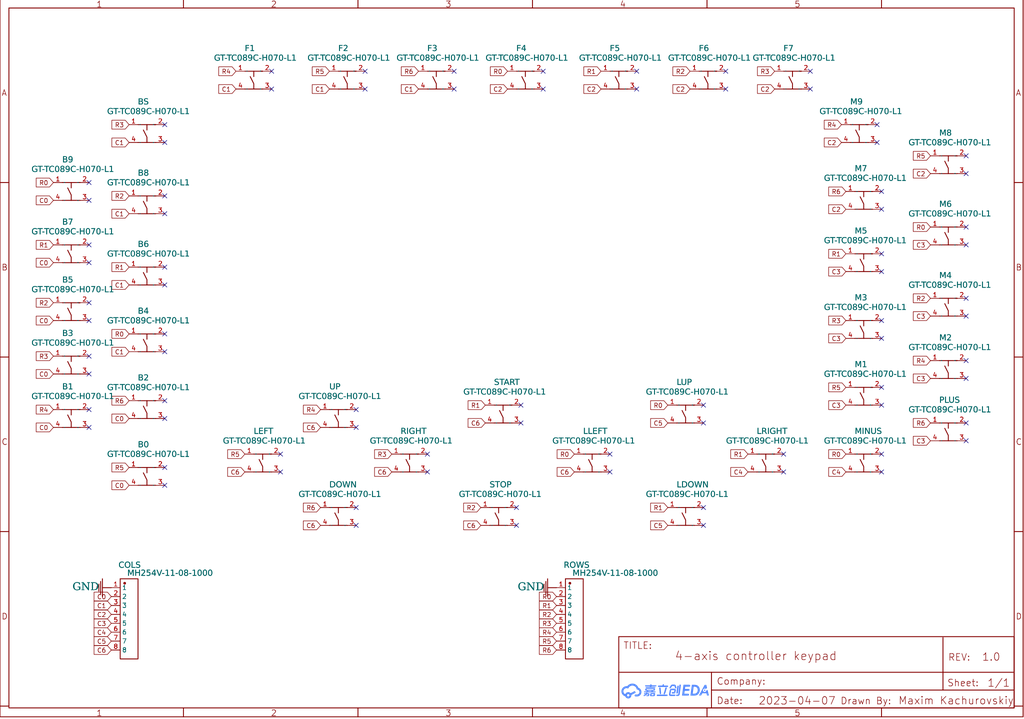
<source format=kicad_sch>
(kicad_sch (version 20231120) (generator "eeschema") (generator_version "8.0")
  (paper "User" 292.1 205.105)
  (lib_symbols
    (symbol "GND" (power) (pin_numbers hide) (pin_names hide)
      (property "Value" "GND" (at 0 6.35 0))
      (symbol "GND_0_0"
        (pin power_in line (at 0 0 270) (length 0) (name "GND") (number "1"))
      )
    )
    (symbol "GT-TC089C-H070-L1"
      (property "Reference" "B9" (at -2.5654 9.9187 0))
      (property "Value" "GT-TC089C-H070-L1" (at -13.8684 7.2263 0))
      (symbol "GT-TC089C-H070-L1_0_0"
        (pin unspecified line (at -5.08 2.54 0) (length 2.54) (name "1") (number "1"))
        (pin unspecified line (at 5.08 2.54 180) (length 2.54) (name "2") (number "2"))
        (pin unspecified line (at 5.08 -2.54 180) (length 2.54) (name "3") (number "3"))
        (pin unspecified line (at -5.08 -2.54 0) (length 2.54) (name "4") (number "4"))
      )
    )
    (symbol "GT-TC089C-H070-L1_1"
      (property "Reference" "B7" (at -2.5654 9.9187 0))
      (property "Value" "GT-TC089C-H070-L1" (at -13.8684 7.2263 0))
      (symbol "GT-TC089C-H070-L1_1_0_0"
        (pin unspecified line (at -5.08 2.54 0) (length 2.54) (name "1") (number "1"))
        (pin unspecified line (at 5.08 2.54 180) (length 2.54) (name "2") (number "2"))
        (pin unspecified line (at 5.08 -2.54 180) (length 2.54) (name "3") (number "3"))
        (pin unspecified line (at -5.08 -2.54 0) (length 2.54) (name "4") (number "4"))
      )
    )
    (symbol "GT-TC089C-H070-L1_10"
      (property "Reference" "B0" (at -2.5654 9.9187 0))
      (property "Value" "GT-TC089C-H070-L1" (at -13.8684 7.2263 0))
      (symbol "GT-TC089C-H070-L1_10_0_0"
        (pin unspecified line (at -5.08 2.54 0) (length 2.54) (name "1") (number "1"))
        (pin unspecified line (at 5.08 2.54 180) (length 2.54) (name "2") (number "2"))
        (pin unspecified line (at 5.08 -2.54 180) (length 2.54) (name "3") (number "3"))
        (pin unspecified line (at -5.08 -2.54 0) (length 2.54) (name "4") (number "4"))
      )
    )
    (symbol "GT-TC089C-H070-L1_11"
      (property "Reference" "F1" (at -2.5654 9.9187 0))
      (property "Value" "GT-TC089C-H070-L1" (at -13.8684 7.2263 0))
      (symbol "GT-TC089C-H070-L1_11_0_0"
        (pin unspecified line (at -5.08 2.54 0) (length 2.54) (name "1") (number "1"))
        (pin unspecified line (at 5.08 2.54 180) (length 2.54) (name "2") (number "2"))
        (pin unspecified line (at 5.08 -2.54 180) (length 2.54) (name "3") (number "3"))
        (pin unspecified line (at -5.08 -2.54 0) (length 2.54) (name "4") (number "4"))
      )
    )
    (symbol "GT-TC089C-H070-L1_12"
      (property "Reference" "F2" (at -2.5654 9.9187 0))
      (property "Value" "GT-TC089C-H070-L1" (at -13.8684 7.2263 0))
      (symbol "GT-TC089C-H070-L1_12_0_0"
        (pin unspecified line (at -5.08 2.54 0) (length 2.54) (name "1") (number "1"))
        (pin unspecified line (at 5.08 2.54 180) (length 2.54) (name "2") (number "2"))
        (pin unspecified line (at 5.08 -2.54 180) (length 2.54) (name "3") (number "3"))
        (pin unspecified line (at -5.08 -2.54 0) (length 2.54) (name "4") (number "4"))
      )
    )
    (symbol "GT-TC089C-H070-L1_13"
      (property "Reference" "F3" (at -2.5654 9.9187 0))
      (property "Value" "GT-TC089C-H070-L1" (at -13.8684 7.2263 0))
      (symbol "GT-TC089C-H070-L1_13_0_0"
        (pin unspecified line (at -5.08 2.54 0) (length 2.54) (name "1") (number "1"))
        (pin unspecified line (at 5.08 2.54 180) (length 2.54) (name "2") (number "2"))
        (pin unspecified line (at 5.08 -2.54 180) (length 2.54) (name "3") (number "3"))
        (pin unspecified line (at -5.08 -2.54 0) (length 2.54) (name "4") (number "4"))
      )
    )
    (symbol "GT-TC089C-H070-L1_14"
      (property "Reference" "F4" (at -2.5654 9.9187 0))
      (property "Value" "GT-TC089C-H070-L1" (at -13.8684 7.2263 0))
      (symbol "GT-TC089C-H070-L1_14_0_0"
        (pin unspecified line (at -5.08 2.54 0) (length 2.54) (name "1") (number "1"))
        (pin unspecified line (at 5.08 2.54 180) (length 2.54) (name "2") (number "2"))
        (pin unspecified line (at 5.08 -2.54 180) (length 2.54) (name "3") (number "3"))
        (pin unspecified line (at -5.08 -2.54 0) (length 2.54) (name "4") (number "4"))
      )
    )
    (symbol "GT-TC089C-H070-L1_15"
      (property "Reference" "F5" (at -2.5654 9.9187 0))
      (property "Value" "GT-TC089C-H070-L1" (at -13.8684 7.2263 0))
      (symbol "GT-TC089C-H070-L1_15_0_0"
        (pin unspecified line (at -5.08 2.54 0) (length 2.54) (name "1") (number "1"))
        (pin unspecified line (at 5.08 2.54 180) (length 2.54) (name "2") (number "2"))
        (pin unspecified line (at 5.08 -2.54 180) (length 2.54) (name "3") (number "3"))
        (pin unspecified line (at -5.08 -2.54 0) (length 2.54) (name "4") (number "4"))
      )
    )
    (symbol "GT-TC089C-H070-L1_16"
      (property "Reference" "F6" (at -2.5654 9.9187 0))
      (property "Value" "GT-TC089C-H070-L1" (at -13.8684 7.2263 0))
      (symbol "GT-TC089C-H070-L1_16_0_0"
        (pin unspecified line (at -5.08 2.54 0) (length 2.54) (name "1") (number "1"))
        (pin unspecified line (at 5.08 2.54 180) (length 2.54) (name "2") (number "2"))
        (pin unspecified line (at 5.08 -2.54 180) (length 2.54) (name "3") (number "3"))
        (pin unspecified line (at -5.08 -2.54 0) (length 2.54) (name "4") (number "4"))
      )
    )
    (symbol "GT-TC089C-H070-L1_17"
      (property "Reference" "F7" (at -2.5654 9.9187 0))
      (property "Value" "GT-TC089C-H070-L1" (at -13.8684 7.2263 0))
      (symbol "GT-TC089C-H070-L1_17_0_0"
        (pin unspecified line (at -5.08 2.54 0) (length 2.54) (name "1") (number "1"))
        (pin unspecified line (at 5.08 2.54 180) (length 2.54) (name "2") (number "2"))
        (pin unspecified line (at 5.08 -2.54 180) (length 2.54) (name "3") (number "3"))
        (pin unspecified line (at -5.08 -2.54 0) (length 2.54) (name "4") (number "4"))
      )
    )
    (symbol "GT-TC089C-H070-L1_18"
      (property "Reference" "M9" (at -2.5654 9.9187 0))
      (property "Value" "GT-TC089C-H070-L1" (at -13.8684 7.2263 0))
      (symbol "GT-TC089C-H070-L1_18_0_0"
        (pin unspecified line (at -5.08 2.54 0) (length 2.54) (name "1") (number "1"))
        (pin unspecified line (at 5.08 2.54 180) (length 2.54) (name "2") (number "2"))
        (pin unspecified line (at 5.08 -2.54 180) (length 2.54) (name "3") (number "3"))
        (pin unspecified line (at -5.08 -2.54 0) (length 2.54) (name "4") (number "4"))
      )
    )
    (symbol "GT-TC089C-H070-L1_19"
      (property "Reference" "M7" (at -2.5654 9.9187 0))
      (property "Value" "GT-TC089C-H070-L1" (at -13.8684 7.2263 0))
      (symbol "GT-TC089C-H070-L1_19_0_0"
        (pin unspecified line (at -5.08 2.54 0) (length 2.54) (name "1") (number "1"))
        (pin unspecified line (at 5.08 2.54 180) (length 2.54) (name "2") (number "2"))
        (pin unspecified line (at 5.08 -2.54 180) (length 2.54) (name "3") (number "3"))
        (pin unspecified line (at -5.08 -2.54 0) (length 2.54) (name "4") (number "4"))
      )
    )
    (symbol "GT-TC089C-H070-L1_2"
      (property "Reference" "B5" (at -2.5654 9.9187 0))
      (property "Value" "GT-TC089C-H070-L1" (at -13.8684 7.2263 0))
      (symbol "GT-TC089C-H070-L1_2_0_0"
        (pin unspecified line (at -5.08 2.54 0) (length 2.54) (name "1") (number "1"))
        (pin unspecified line (at 5.08 2.54 180) (length 2.54) (name "2") (number "2"))
        (pin unspecified line (at 5.08 -2.54 180) (length 2.54) (name "3") (number "3"))
        (pin unspecified line (at -5.08 -2.54 0) (length 2.54) (name "4") (number "4"))
      )
    )
    (symbol "GT-TC089C-H070-L1_20"
      (property "Reference" "M5" (at -2.5654 9.9187 0))
      (property "Value" "GT-TC089C-H070-L1" (at -13.8684 7.2263 0))
      (symbol "GT-TC089C-H070-L1_20_0_0"
        (pin unspecified line (at -5.08 2.54 0) (length 2.54) (name "1") (number "1"))
        (pin unspecified line (at 5.08 2.54 180) (length 2.54) (name "2") (number "2"))
        (pin unspecified line (at 5.08 -2.54 180) (length 2.54) (name "3") (number "3"))
        (pin unspecified line (at -5.08 -2.54 0) (length 2.54) (name "4") (number "4"))
      )
    )
    (symbol "GT-TC089C-H070-L1_21"
      (property "Reference" "M3" (at -2.5654 9.9187 0))
      (property "Value" "GT-TC089C-H070-L1" (at -13.8684 7.2263 0))
      (symbol "GT-TC089C-H070-L1_21_0_0"
        (pin unspecified line (at -5.08 2.54 0) (length 2.54) (name "1") (number "1"))
        (pin unspecified line (at 5.08 2.54 180) (length 2.54) (name "2") (number "2"))
        (pin unspecified line (at 5.08 -2.54 180) (length 2.54) (name "3") (number "3"))
        (pin unspecified line (at -5.08 -2.54 0) (length 2.54) (name "4") (number "4"))
      )
    )
    (symbol "GT-TC089C-H070-L1_22"
      (property "Reference" "M1" (at -2.5654 9.9187 0))
      (property "Value" "GT-TC089C-H070-L1" (at -13.8684 7.2263 0))
      (symbol "GT-TC089C-H070-L1_22_0_0"
        (pin unspecified line (at -5.08 2.54 0) (length 2.54) (name "1") (number "1"))
        (pin unspecified line (at 5.08 2.54 180) (length 2.54) (name "2") (number "2"))
        (pin unspecified line (at 5.08 -2.54 180) (length 2.54) (name "3") (number "3"))
        (pin unspecified line (at -5.08 -2.54 0) (length 2.54) (name "4") (number "4"))
      )
    )
    (symbol "GT-TC089C-H070-L1_23"
      (property "Reference" "MINUS" (at -2.5654 9.9187 0))
      (property "Value" "GT-TC089C-H070-L1" (at -13.8684 7.2263 0))
      (symbol "GT-TC089C-H070-L1_23_0_0"
        (pin unspecified line (at -5.08 2.54 0) (length 2.54) (name "1") (number "1"))
        (pin unspecified line (at 5.08 2.54 180) (length 2.54) (name "2") (number "2"))
        (pin unspecified line (at 5.08 -2.54 180) (length 2.54) (name "3") (number "3"))
        (pin unspecified line (at -5.08 -2.54 0) (length 2.54) (name "4") (number "4"))
      )
    )
    (symbol "GT-TC089C-H070-L1_24"
      (property "Reference" "M8" (at -2.5654 9.9187 0))
      (property "Value" "GT-TC089C-H070-L1" (at -13.8684 7.2263 0))
      (symbol "GT-TC089C-H070-L1_24_0_0"
        (pin unspecified line (at -5.08 2.54 0) (length 2.54) (name "1") (number "1"))
        (pin unspecified line (at 5.08 2.54 180) (length 2.54) (name "2") (number "2"))
        (pin unspecified line (at 5.08 -2.54 180) (length 2.54) (name "3") (number "3"))
        (pin unspecified line (at -5.08 -2.54 0) (length 2.54) (name "4") (number "4"))
      )
    )
    (symbol "GT-TC089C-H070-L1_25"
      (property "Reference" "M6" (at -2.5654 9.9187 0))
      (property "Value" "GT-TC089C-H070-L1" (at -13.8684 7.2263 0))
      (symbol "GT-TC089C-H070-L1_25_0_0"
        (pin unspecified line (at -5.08 2.54 0) (length 2.54) (name "1") (number "1"))
        (pin unspecified line (at 5.08 2.54 180) (length 2.54) (name "2") (number "2"))
        (pin unspecified line (at 5.08 -2.54 180) (length 2.54) (name "3") (number "3"))
        (pin unspecified line (at -5.08 -2.54 0) (length 2.54) (name "4") (number "4"))
      )
    )
    (symbol "GT-TC089C-H070-L1_26"
      (property "Reference" "M4" (at -2.5654 9.9187 0))
      (property "Value" "GT-TC089C-H070-L1" (at -13.8684 7.2263 0))
      (symbol "GT-TC089C-H070-L1_26_0_0"
        (pin unspecified line (at -5.08 2.54 0) (length 2.54) (name "1") (number "1"))
        (pin unspecified line (at 5.08 2.54 180) (length 2.54) (name "2") (number "2"))
        (pin unspecified line (at 5.08 -2.54 180) (length 2.54) (name "3") (number "3"))
        (pin unspecified line (at -5.08 -2.54 0) (length 2.54) (name "4") (number "4"))
      )
    )
    (symbol "GT-TC089C-H070-L1_27"
      (property "Reference" "M2" (at -2.5654 9.9187 0))
      (property "Value" "GT-TC089C-H070-L1" (at -13.8684 7.2263 0))
      (symbol "GT-TC089C-H070-L1_27_0_0"
        (pin unspecified line (at -5.08 2.54 0) (length 2.54) (name "1") (number "1"))
        (pin unspecified line (at 5.08 2.54 180) (length 2.54) (name "2") (number "2"))
        (pin unspecified line (at 5.08 -2.54 180) (length 2.54) (name "3") (number "3"))
        (pin unspecified line (at -5.08 -2.54 0) (length 2.54) (name "4") (number "4"))
      )
    )
    (symbol "GT-TC089C-H070-L1_28"
      (property "Reference" "PLUS" (at -2.5654 9.9187 0))
      (property "Value" "GT-TC089C-H070-L1" (at -13.8684 7.2263 0))
      (symbol "GT-TC089C-H070-L1_28_0_0"
        (pin unspecified line (at -5.08 2.54 0) (length 2.54) (name "1") (number "1"))
        (pin unspecified line (at 5.08 2.54 180) (length 2.54) (name "2") (number "2"))
        (pin unspecified line (at 5.08 -2.54 180) (length 2.54) (name "3") (number "3"))
        (pin unspecified line (at -5.08 -2.54 0) (length 2.54) (name "4") (number "4"))
      )
    )
    (symbol "GT-TC089C-H070-L1_29"
      (property "Reference" "LEFT" (at -2.5654 9.9187 0))
      (property "Value" "GT-TC089C-H070-L1" (at -13.8684 7.2263 0))
      (symbol "GT-TC089C-H070-L1_29_0_0"
        (pin unspecified line (at -5.08 2.54 0) (length 2.54) (name "1") (number "1"))
        (pin unspecified line (at 5.08 2.54 180) (length 2.54) (name "2") (number "2"))
        (pin unspecified line (at 5.08 -2.54 180) (length 2.54) (name "3") (number "3"))
        (pin unspecified line (at -5.08 -2.54 0) (length 2.54) (name "4") (number "4"))
      )
    )
    (symbol "GT-TC089C-H070-L1_3"
      (property "Reference" "B3" (at -2.5654 9.9187 0))
      (property "Value" "GT-TC089C-H070-L1" (at -13.8684 7.2263 0))
      (symbol "GT-TC089C-H070-L1_3_0_0"
        (pin unspecified line (at -5.08 2.54 0) (length 2.54) (name "1") (number "1"))
        (pin unspecified line (at 5.08 2.54 180) (length 2.54) (name "2") (number "2"))
        (pin unspecified line (at 5.08 -2.54 180) (length 2.54) (name "3") (number "3"))
        (pin unspecified line (at -5.08 -2.54 0) (length 2.54) (name "4") (number "4"))
      )
    )
    (symbol "GT-TC089C-H070-L1_30"
      (property "Reference" "UP" (at -2.5654 9.9187 0))
      (property "Value" "GT-TC089C-H070-L1" (at -13.8684 7.2263 0))
      (symbol "GT-TC089C-H070-L1_30_0_0"
        (pin unspecified line (at -5.08 2.54 0) (length 2.54) (name "1") (number "1"))
        (pin unspecified line (at 5.08 2.54 180) (length 2.54) (name "2") (number "2"))
        (pin unspecified line (at 5.08 -2.54 180) (length 2.54) (name "3") (number "3"))
        (pin unspecified line (at -5.08 -2.54 0) (length 2.54) (name "4") (number "4"))
      )
    )
    (symbol "GT-TC089C-H070-L1_31"
      (property "Reference" "DOWN" (at -2.5654 9.9187 0))
      (property "Value" "GT-TC089C-H070-L1" (at -13.8684 7.2263 0))
      (symbol "GT-TC089C-H070-L1_31_0_0"
        (pin unspecified line (at -5.08 2.54 0) (length 2.54) (name "1") (number "1"))
        (pin unspecified line (at 5.08 2.54 180) (length 2.54) (name "2") (number "2"))
        (pin unspecified line (at 5.08 -2.54 180) (length 2.54) (name "3") (number "3"))
        (pin unspecified line (at -5.08 -2.54 0) (length 2.54) (name "4") (number "4"))
      )
    )
    (symbol "GT-TC089C-H070-L1_32"
      (property "Reference" "RIGHT" (at -2.5654 9.9187 0))
      (property "Value" "GT-TC089C-H070-L1" (at -13.8684 7.2263 0))
      (symbol "GT-TC089C-H070-L1_32_0_0"
        (pin unspecified line (at -5.08 2.54 0) (length 2.54) (name "1") (number "1"))
        (pin unspecified line (at 5.08 2.54 180) (length 2.54) (name "2") (number "2"))
        (pin unspecified line (at 5.08 -2.54 180) (length 2.54) (name "3") (number "3"))
        (pin unspecified line (at -5.08 -2.54 0) (length 2.54) (name "4") (number "4"))
      )
    )
    (symbol "GT-TC089C-H070-L1_33"
      (property "Reference" "START" (at -2.5654 9.9187 0))
      (property "Value" "GT-TC089C-H070-L1" (at -13.8684 7.2263 0))
      (symbol "GT-TC089C-H070-L1_33_0_0"
        (pin unspecified line (at -5.08 2.54 0) (length 2.54) (name "1") (number "1"))
        (pin unspecified line (at 5.08 2.54 180) (length 2.54) (name "2") (number "2"))
        (pin unspecified line (at 5.08 -2.54 180) (length 2.54) (name "3") (number "3"))
        (pin unspecified line (at -5.08 -2.54 0) (length 2.54) (name "4") (number "4"))
      )
    )
    (symbol "GT-TC089C-H070-L1_34"
      (property "Reference" "STOP" (at -2.5654 9.9187 0))
      (property "Value" "GT-TC089C-H070-L1" (at -13.8684 7.2263 0))
      (symbol "GT-TC089C-H070-L1_34_0_0"
        (pin unspecified line (at -5.08 2.54 0) (length 2.54) (name "1") (number "1"))
        (pin unspecified line (at 5.08 2.54 180) (length 2.54) (name "2") (number "2"))
        (pin unspecified line (at 5.08 -2.54 180) (length 2.54) (name "3") (number "3"))
        (pin unspecified line (at -5.08 -2.54 0) (length 2.54) (name "4") (number "4"))
      )
    )
    (symbol "GT-TC089C-H070-L1_35"
      (property "Reference" "LLEFT" (at -2.5654 9.9187 0))
      (property "Value" "GT-TC089C-H070-L1" (at -13.8684 7.2263 0))
      (symbol "GT-TC089C-H070-L1_35_0_0"
        (pin unspecified line (at -5.08 2.54 0) (length 2.54) (name "1") (number "1"))
        (pin unspecified line (at 5.08 2.54 180) (length 2.54) (name "2") (number "2"))
        (pin unspecified line (at 5.08 -2.54 180) (length 2.54) (name "3") (number "3"))
        (pin unspecified line (at -5.08 -2.54 0) (length 2.54) (name "4") (number "4"))
      )
    )
    (symbol "GT-TC089C-H070-L1_36"
      (property "Reference" "LUP" (at -2.5654 9.9187 0))
      (property "Value" "GT-TC089C-H070-L1" (at -13.8684 7.2263 0))
      (symbol "GT-TC089C-H070-L1_36_0_0"
        (pin unspecified line (at -5.08 2.54 0) (length 2.54) (name "1") (number "1"))
        (pin unspecified line (at 5.08 2.54 180) (length 2.54) (name "2") (number "2"))
        (pin unspecified line (at 5.08 -2.54 180) (length 2.54) (name "3") (number "3"))
        (pin unspecified line (at -5.08 -2.54 0) (length 2.54) (name "4") (number "4"))
      )
    )
    (symbol "GT-TC089C-H070-L1_37"
      (property "Reference" "LRIGHT" (at -2.5654 9.9187 0))
      (property "Value" "GT-TC089C-H070-L1" (at -13.8684 7.2263 0))
      (symbol "GT-TC089C-H070-L1_37_0_0"
        (pin unspecified line (at -5.08 2.54 0) (length 2.54) (name "1") (number "1"))
        (pin unspecified line (at 5.08 2.54 180) (length 2.54) (name "2") (number "2"))
        (pin unspecified line (at 5.08 -2.54 180) (length 2.54) (name "3") (number "3"))
        (pin unspecified line (at -5.08 -2.54 0) (length 2.54) (name "4") (number "4"))
      )
    )
    (symbol "GT-TC089C-H070-L1_38"
      (property "Reference" "LDOWN" (at -2.5654 9.9187 0))
      (property "Value" "GT-TC089C-H070-L1" (at -13.8684 7.2263 0))
      (symbol "GT-TC089C-H070-L1_38_0_0"
        (pin unspecified line (at -5.08 2.54 0) (length 2.54) (name "1") (number "1"))
        (pin unspecified line (at 5.08 2.54 180) (length 2.54) (name "2") (number "2"))
        (pin unspecified line (at 5.08 -2.54 180) (length 2.54) (name "3") (number "3"))
        (pin unspecified line (at -5.08 -2.54 0) (length 2.54) (name "4") (number "4"))
      )
    )
    (symbol "GT-TC089C-H070-L1_4"
      (property "Reference" "B1" (at -2.5654 9.9187 0))
      (property "Value" "GT-TC089C-H070-L1" (at -13.8684 7.2263 0))
      (symbol "GT-TC089C-H070-L1_4_0_0"
        (pin unspecified line (at -5.08 2.54 0) (length 2.54) (name "1") (number "1"))
        (pin unspecified line (at 5.08 2.54 180) (length 2.54) (name "2") (number "2"))
        (pin unspecified line (at 5.08 -2.54 180) (length 2.54) (name "3") (number "3"))
        (pin unspecified line (at -5.08 -2.54 0) (length 2.54) (name "4") (number "4"))
      )
    )
    (symbol "GT-TC089C-H070-L1_5"
      (property "Reference" "BS" (at -2.5654 9.9187 0))
      (property "Value" "GT-TC089C-H070-L1" (at -13.8684 7.2263 0))
      (symbol "GT-TC089C-H070-L1_5_0_0"
        (pin unspecified line (at -5.08 2.54 0) (length 2.54) (name "1") (number "1"))
        (pin unspecified line (at 5.08 2.54 180) (length 2.54) (name "2") (number "2"))
        (pin unspecified line (at 5.08 -2.54 180) (length 2.54) (name "3") (number "3"))
        (pin unspecified line (at -5.08 -2.54 0) (length 2.54) (name "4") (number "4"))
      )
    )
    (symbol "GT-TC089C-H070-L1_6"
      (property "Reference" "B8" (at -2.5654 9.9187 0))
      (property "Value" "GT-TC089C-H070-L1" (at -13.8684 7.2263 0))
      (symbol "GT-TC089C-H070-L1_6_0_0"
        (pin unspecified line (at -5.08 2.54 0) (length 2.54) (name "1") (number "1"))
        (pin unspecified line (at 5.08 2.54 180) (length 2.54) (name "2") (number "2"))
        (pin unspecified line (at 5.08 -2.54 180) (length 2.54) (name "3") (number "3"))
        (pin unspecified line (at -5.08 -2.54 0) (length 2.54) (name "4") (number "4"))
      )
    )
    (symbol "GT-TC089C-H070-L1_7"
      (property "Reference" "B6" (at -2.5654 9.9187 0))
      (property "Value" "GT-TC089C-H070-L1" (at -13.8684 7.2263 0))
      (symbol "GT-TC089C-H070-L1_7_0_0"
        (pin unspecified line (at -5.08 2.54 0) (length 2.54) (name "1") (number "1"))
        (pin unspecified line (at 5.08 2.54 180) (length 2.54) (name "2") (number "2"))
        (pin unspecified line (at 5.08 -2.54 180) (length 2.54) (name "3") (number "3"))
        (pin unspecified line (at -5.08 -2.54 0) (length 2.54) (name "4") (number "4"))
      )
    )
    (symbol "GT-TC089C-H070-L1_8"
      (property "Reference" "B4" (at -2.5654 9.9187 0))
      (property "Value" "GT-TC089C-H070-L1" (at -13.8684 7.2263 0))
      (symbol "GT-TC089C-H070-L1_8_0_0"
        (pin unspecified line (at -5.08 2.54 0) (length 2.54) (name "1") (number "1"))
        (pin unspecified line (at 5.08 2.54 180) (length 2.54) (name "2") (number "2"))
        (pin unspecified line (at 5.08 -2.54 180) (length 2.54) (name "3") (number "3"))
        (pin unspecified line (at -5.08 -2.54 0) (length 2.54) (name "4") (number "4"))
      )
    )
    (symbol "GT-TC089C-H070-L1_9"
      (property "Reference" "B2" (at -2.5654 9.9187 0))
      (property "Value" "GT-TC089C-H070-L1" (at -13.8684 7.2263 0))
      (symbol "GT-TC089C-H070-L1_9_0_0"
        (pin unspecified line (at -5.08 2.54 0) (length 2.54) (name "1") (number "1"))
        (pin unspecified line (at 5.08 2.54 180) (length 2.54) (name "2") (number "2"))
        (pin unspecified line (at 5.08 -2.54 180) (length 2.54) (name "3") (number "3"))
        (pin unspecified line (at -5.08 -2.54 0) (length 2.54) (name "4") (number "4"))
      )
    )
    (symbol "MH254V-11-08-1000"
      (property "Reference" "COLS" (at -0.4826 17.4625 0))
      (property "Value" "MH254V-11-08-1000" (at -0.4826 15.2273 0))
      (symbol "MH254V-11-08-1000_0_0"
        (pin unspecified line (at -2.54 10.16 0) (length 2.54) (name "1") (number "1"))
        (pin unspecified line (at -2.54 7.62 0) (length 2.54) (name "2") (number "2"))
        (pin unspecified line (at -2.54 5.08 0) (length 2.54) (name "3") (number "3"))
        (pin unspecified line (at -2.54 2.54 0) (length 2.54) (name "4") (number "4"))
        (pin unspecified line (at -2.54 0 0) (length 2.54) (name "5") (number "5"))
        (pin unspecified line (at -2.54 -2.54 0) (length 2.54) (name "6") (number "6"))
        (pin unspecified line (at -2.54 -5.08 0) (length 2.54) (name "7") (number "7"))
        (pin unspecified line (at -2.54 -7.62 0) (length 2.54) (name "8") (number "8"))
      )
    )
    (symbol "MH254V-11-08-1000_1"
      (property "Reference" "ROWS" (at -0.4826 17.4625 0))
      (property "Value" "MH254V-11-08-1000" (at -0.4826 15.2273 0))
      (symbol "MH254V-11-08-1000_1_0_0"
        (pin unspecified line (at -2.54 10.16 0) (length 2.54) (name "1") (number "1"))
        (pin unspecified line (at -2.54 7.62 0) (length 2.54) (name "2") (number "2"))
        (pin unspecified line (at -2.54 5.08 0) (length 2.54) (name "3") (number "3"))
        (pin unspecified line (at -2.54 2.54 0) (length 2.54) (name "4") (number "4"))
        (pin unspecified line (at -2.54 0 0) (length 2.54) (name "5") (number "5"))
        (pin unspecified line (at -2.54 -2.54 0) (length 2.54) (name "6") (number "6"))
        (pin unspecified line (at -2.54 -5.08 0) (length 2.54) (name "7") (number "7"))
        (pin unspecified line (at -2.54 -7.62 0) (length 2.54) (name "8") (number "8"))
      )
    )
    (symbol "Unknown_0_-806"
      (symbol "Unknown_0_-806_0_0"
        (text "1" (at 27.432 -202.6539 0) (effects (font (size 1.6891 1.6891)) (justify left top)))
        (text "1" (at 27.432 -0.4699 0) (effects (font (size 1.6891 1.6891)) (justify left top)))
        (text "1.0" (at 280.0604 -186.3471 0) (effects (font (size 2.1717 2.1717)) (justify left top)))
        (text "1/1" (at 281.5844 -193.7639 0) (effects (font (size 2.1717 2.1717)) (justify left top)))
        (text "2" (at 77.216 -202.6539 0) (effects (font (size 1.6891 1.6891)) (justify left top)))
        (text "2" (at 77.216 -0.4699 0) (effects (font (size 1.6891 1.6891)) (justify left top)))
        (text "2023-04-07" (at 216.3064 -198.8439 0) (effects (font (size 2.1717 2.1717)) (justify left top)))
        (text "3" (at 127 -202.6539 0) (effects (font (size 1.6891 1.6891)) (justify left top)))
        (text "3" (at 127 -0.4699 0) (effects (font (size 1.6891 1.6891)) (justify left top)))
        (text "4" (at 176.784 -202.6539 0) (effects (font (size 1.6891 1.6891)) (justify left top)))
        (text "4" (at 176.784 -0.4699 0) (effects (font (size 1.6891 1.6891)) (justify left top)))
        (text "4-axis controller keypad" (at 192.4304 -185.928 0) (effects (font (size 2.413 2.413)) (justify left top)))
        (text "5" (at 226.568 -202.6539 0) (effects (font (size 1.6891 1.6891)) (justify left top)))
        (text "5" (at 226.568 -0.4699 0) (effects (font (size 1.6891 1.6891)) (justify left top)))
        (text "A" (at 0.381 -25.7429 0) (effects (font (size 1.6891 1.6891)) (justify left top)))
        (text "A" (at 289.687 -25.7429 0) (effects (font (size 1.6891 1.6891)) (justify left top)))
        (text "B" (at 0.381 -75.5269 0) (effects (font (size 1.6891 1.6891)) (justify left top)))
        (text "B" (at 289.687 -75.5269 0) (effects (font (size 1.6891 1.6891)) (justify left top)))
        (text "C" (at 0.381 -125.3109 0) (effects (font (size 1.6891 1.6891)) (justify left top)))
        (text "C" (at 289.687 -125.3109 0) (effects (font (size 1.6891 1.6891)) (justify left top)))
        (text "Company:" (at 204.3684 -193.4464 0) (effects (font (size 1.9304 1.9304)) (justify left top)))
        (text "D" (at 0.381 -175.0949 0) (effects (font (size 1.6891 1.6891)) (justify left top)))
        (text "D" (at 289.687 -175.0949 0) (effects (font (size 1.6891 1.6891)) (justify left top)))
        (text "Date:" (at 204.3684 -198.9836 0) (effects (font (size 1.9304 1.9304)) (justify left top)))
        (text "Drawn By:" (at 239.6744 -199.0344 0) (effects (font (size 1.9304 1.9304)) (justify left top)))
        (text "Maxim Kachurovskiy" (at 256.1844 -198.7931 0) (effects (font (size 2.1717 2.1717)) (justify left top)))
        (text "REV:" (at 270.4084 -186.5884 0) (effects (font (size 1.9304 1.9304)) (justify left top)))
        (text "Sheet:" (at 270.1544 -193.9036 0) (effects (font (size 1.9304 1.9304)) (justify left top)))
        (text "TITLE:" (at 177.7746 -183.2356 0) (effects (font (size 1.9304 1.9304)) (justify left top)))
      )
    )
  )
  (no_connect (at 46.99 40.64))
  (no_connect (at 121.92 134.62))
  (no_connect (at 251.46 129.54))
  (no_connect (at 25.4 52.07))
  (no_connect (at 250.19 40.64))
  (no_connect (at 46.99 133.35))
  (no_connect (at 25.4 74.93))
  (no_connect (at 251.46 96.52))
  (no_connect (at 80.01 129.54))
  (no_connect (at 46.99 114.3))
  (no_connect (at 275.59 49.53))
  (no_connect (at 46.99 95.25))
  (no_connect (at 251.46 72.39))
  (no_connect (at 46.99 119.38))
  (no_connect (at 223.52 129.54))
  (no_connect (at 46.99 60.96))
  (no_connect (at 101.6 149.86))
  (no_connect (at 251.46 115.57))
  (no_connect (at 207.01 20.32))
  (no_connect (at 200.66 115.57))
  (no_connect (at 25.4 116.84))
  (no_connect (at 25.4 101.6))
  (no_connect (at 46.99 138.43))
  (no_connect (at 275.59 125.73))
  (no_connect (at 251.46 110.49))
  (no_connect (at 46.99 55.88))
  (no_connect (at 101.6 144.78))
  (no_connect (at 101.6 116.84))
  (no_connect (at 207.01 25.4))
  (no_connect (at 251.46 91.44))
  (no_connect (at 231.14 25.4))
  (no_connect (at 25.4 57.15))
  (no_connect (at 25.4 121.92))
  (no_connect (at 251.46 59.69))
  (no_connect (at 46.99 100.33))
  (no_connect (at 231.14 20.32))
  (no_connect (at 250.19 35.56))
  (no_connect (at 275.59 107.95))
  (no_connect (at 275.59 102.87))
  (no_connect (at 275.59 90.17))
  (no_connect (at 25.4 69.85))
  (no_connect (at 275.59 120.65))
  (no_connect (at 251.46 54.61))
  (no_connect (at 154.94 20.32))
  (no_connect (at 77.47 25.4))
  (no_connect (at 251.46 77.47))
  (no_connect (at 46.99 81.28))
  (no_connect (at 147.32 144.78))
  (no_connect (at 200.66 144.78))
  (no_connect (at 275.59 85.09))
  (no_connect (at 25.4 91.44))
  (no_connect (at 148.59 115.57))
  (no_connect (at 275.59 64.77))
  (no_connect (at 173.99 134.62))
  (no_connect (at 77.47 20.32))
  (no_connect (at 173.99 129.54))
  (no_connect (at 121.92 129.54))
  (no_connect (at 154.94 25.4))
  (no_connect (at 104.14 20.32))
  (no_connect (at 200.66 149.86))
  (no_connect (at 275.59 69.85))
  (no_connect (at 101.6 121.92))
  (no_connect (at 147.32 149.86))
  (no_connect (at 46.99 76.2))
  (no_connect (at 148.59 120.65))
  (no_connect (at 104.14 25.4))
  (no_connect (at 46.99 35.56))
  (no_connect (at 223.52 134.62))
  (no_connect (at 251.46 134.62))
  (no_connect (at 80.01 134.62))
  (no_connect (at 129.54 20.32))
  (no_connect (at 181.61 20.32))
  (no_connect (at 129.54 25.4))
  (no_connect (at 275.59 44.45))
  (no_connect (at 25.4 86.36))
  (no_connect (at 25.4 106.68))
  (no_connect (at 200.66 120.65))
  (no_connect (at 181.61 25.4))
  (global_label "R4" (shape input) (at 265.43 102.87 180) (property "Intersheetrefs" "${INTERSHEET_REFS}" (effects (hide yes))))
  (global_label "R4" (shape input) (at 158.75 180.34 180) (property "Intersheetrefs" "${INTERSHEET_REFS}" (effects (hide yes))))
  (global_label "C1" (shape input) (at 36.83 81.28 180) (property "Intersheetrefs" "${INTERSHEET_REFS}" (effects (hide yes))))
  (global_label "C3" (shape input) (at 265.43 125.73 180) (property "Intersheetrefs" "${INTERSHEET_REFS}" (effects (hide yes))))
  (global_label "R2" (shape input) (at 137.16 144.78 180) (property "Intersheetrefs" "${INTERSHEET_REFS}" (effects (hide yes))))
  (global_label "C3" (shape input) (at 31.75 177.8 180) (property "Intersheetrefs" "${INTERSHEET_REFS}" (effects (hide yes))))
  (global_label "R1" (shape input) (at 15.24 69.85 180) (property "Intersheetrefs" "${INTERSHEET_REFS}" (effects (hide yes))))
  (global_label "R0" (shape input) (at 190.5 115.57 180) (property "Intersheetrefs" "${INTERSHEET_REFS}" (effects (hide yes))))
  (global_label "R5" (shape input) (at 158.75 182.88 180) (property "Intersheetrefs" "${INTERSHEET_REFS}" (effects (hide yes))))
  (global_label "C2" (shape input) (at 196.85 25.4 180) (property "Intersheetrefs" "${INTERSHEET_REFS}" (effects (hide yes))))
  (global_label "C6" (shape input) (at 138.43 120.65 180) (property "Intersheetrefs" "${INTERSHEET_REFS}" (effects (hide yes))))
  (global_label "C2" (shape input) (at 240.03 40.64 180) (property "Intersheetrefs" "${INTERSHEET_REFS}" (effects (hide yes))))
  (global_label "C5" (shape input) (at 190.5 149.86 180) (property "Intersheetrefs" "${INTERSHEET_REFS}" (effects (hide yes))))
  (global_label "R6" (shape input) (at 265.43 120.65 180) (property "Intersheetrefs" "${INTERSHEET_REFS}" (effects (hide yes))))
  (global_label "R4" (shape input) (at 240.03 35.56 180) (property "Intersheetrefs" "${INTERSHEET_REFS}" (effects (hide yes))))
  (global_label "R3" (shape input) (at 36.83 35.56 180) (property "Intersheetrefs" "${INTERSHEET_REFS}" (effects (hide yes))))
  (global_label "C6" (shape input) (at 31.75 185.42 180) (property "Intersheetrefs" "${INTERSHEET_REFS}" (effects (hide yes))))
  (global_label "R2" (shape input) (at 15.24 86.36 180) (property "Intersheetrefs" "${INTERSHEET_REFS}" (effects (hide yes))))
  (global_label "R2" (shape input) (at 196.85 20.32 180) (property "Intersheetrefs" "${INTERSHEET_REFS}" (effects (hide yes))))
  (global_label "C0" (shape input) (at 15.24 91.44 180) (property "Intersheetrefs" "${INTERSHEET_REFS}" (effects (hide yes))))
  (global_label "C0" (shape input) (at 15.24 121.92 180) (property "Intersheetrefs" "${INTERSHEET_REFS}" (effects (hide yes))))
  (global_label "R4" (shape input) (at 15.24 116.84 180) (property "Intersheetrefs" "${INTERSHEET_REFS}" (effects (hide yes))))
  (global_label "R6" (shape input) (at 119.38 20.32 180) (property "Intersheetrefs" "${INTERSHEET_REFS}" (effects (hide yes))))
  (global_label "R1" (shape input) (at 138.43 115.57 180) (property "Intersheetrefs" "${INTERSHEET_REFS}" (effects (hide yes))))
  (global_label "R5" (shape input) (at 36.83 133.35 180) (property "Intersheetrefs" "${INTERSHEET_REFS}" (effects (hide yes))))
  (global_label "C3" (shape input) (at 241.3 77.47 180) (property "Intersheetrefs" "${INTERSHEET_REFS}" (effects (hide yes))))
  (global_label "C6" (shape input) (at 163.83 134.62 180) (property "Intersheetrefs" "${INTERSHEET_REFS}" (effects (hide yes))))
  (global_label "C4" (shape input) (at 241.3 134.62 180) (property "Intersheetrefs" "${INTERSHEET_REFS}" (effects (hide yes))))
  (global_label "C6" (shape input) (at 91.44 149.86 180) (property "Intersheetrefs" "${INTERSHEET_REFS}" (effects (hide yes))))
  (global_label "C2" (shape input) (at 144.78 25.4 180) (property "Intersheetrefs" "${INTERSHEET_REFS}" (effects (hide yes))))
  (global_label "R6" (shape input) (at 36.83 114.3 180) (property "Intersheetrefs" "${INTERSHEET_REFS}" (effects (hide yes))))
  (global_label "C1" (shape input) (at 67.31 25.4 180) (property "Intersheetrefs" "${INTERSHEET_REFS}" (effects (hide yes))))
  (global_label "R5" (shape input) (at 93.98 20.32 180) (property "Intersheetrefs" "${INTERSHEET_REFS}" (effects (hide yes))))
  (global_label "R2" (shape input) (at 158.75 175.26 180) (property "Intersheetrefs" "${INTERSHEET_REFS}" (effects (hide yes))))
  (global_label "C0" (shape input) (at 31.75 170.18 180) (property "Intersheetrefs" "${INTERSHEET_REFS}" (effects (hide yes))))
  (global_label "R3" (shape input) (at 220.98 20.32 180) (property "Intersheetrefs" "${INTERSHEET_REFS}" (effects (hide yes))))
  (global_label "R1" (shape input) (at 171.45 20.32 180) (property "Intersheetrefs" "${INTERSHEET_REFS}" (effects (hide yes))))
  (global_label "C1" (shape input) (at 93.98 25.4 180) (property "Intersheetrefs" "${INTERSHEET_REFS}" (effects (hide yes))))
  (global_label "C1" (shape input) (at 31.75 172.72 180) (property "Intersheetrefs" "${INTERSHEET_REFS}" (effects (hide yes))))
  (global_label "R1" (shape input) (at 190.5 144.78 180) (property "Intersheetrefs" "${INTERSHEET_REFS}" (effects (hide yes))))
  (global_label "R0" (shape input) (at 36.83 95.25 180) (property "Intersheetrefs" "${INTERSHEET_REFS}" (effects (hide yes))))
  (global_label "C3" (shape input) (at 241.3 115.57 180) (property "Intersheetrefs" "${INTERSHEET_REFS}" (effects (hide yes))))
  (global_label "C1" (shape input) (at 36.83 40.64 180) (property "Intersheetrefs" "${INTERSHEET_REFS}" (effects (hide yes))))
  (global_label "R0" (shape input) (at 144.78 20.32 180) (property "Intersheetrefs" "${INTERSHEET_REFS}" (effects (hide yes))))
  (global_label "C3" (shape input) (at 265.43 90.17 180) (property "Intersheetrefs" "${INTERSHEET_REFS}" (effects (hide yes))))
  (global_label "R6" (shape input) (at 158.75 185.42 180) (property "Intersheetrefs" "${INTERSHEET_REFS}" (effects (hide yes))))
  (global_label "R0" (shape input) (at 163.83 129.54 180) (property "Intersheetrefs" "${INTERSHEET_REFS}" (effects (hide yes))))
  (global_label "C2" (shape input) (at 220.98 25.4 180) (property "Intersheetrefs" "${INTERSHEET_REFS}" (effects (hide yes))))
  (global_label "R1" (shape input) (at 213.36 129.54 180) (property "Intersheetrefs" "${INTERSHEET_REFS}" (effects (hide yes))))
  (global_label "R3" (shape input) (at 15.24 101.6 180) (property "Intersheetrefs" "${INTERSHEET_REFS}" (effects (hide yes))))
  (global_label "R5" (shape input) (at 69.85 129.54 180) (property "Intersheetrefs" "${INTERSHEET_REFS}" (effects (hide yes))))
  (global_label "R1" (shape input) (at 158.75 172.72 180) (property "Intersheetrefs" "${INTERSHEET_REFS}" (effects (hide yes))))
  (global_label "C0" (shape input) (at 15.24 106.68 180) (property "Intersheetrefs" "${INTERSHEET_REFS}" (effects (hide yes))))
  (global_label "R1" (shape input) (at 36.83 76.2 180) (property "Intersheetrefs" "${INTERSHEET_REFS}" (effects (hide yes))))
  (global_label "R0" (shape input) (at 241.3 129.54 180) (property "Intersheetrefs" "${INTERSHEET_REFS}" (effects (hide yes))))
  (global_label "R2" (shape input) (at 265.43 85.09 180) (property "Intersheetrefs" "${INTERSHEET_REFS}" (effects (hide yes))))
  (global_label "R5" (shape input) (at 265.43 44.45 180) (property "Intersheetrefs" "${INTERSHEET_REFS}" (effects (hide yes))))
  (global_label "C2" (shape input) (at 241.3 59.69 180) (property "Intersheetrefs" "${INTERSHEET_REFS}" (effects (hide yes))))
  (global_label "C2" (shape input) (at 31.75 175.26 180) (property "Intersheetrefs" "${INTERSHEET_REFS}" (effects (hide yes))))
  (global_label "C3" (shape input) (at 265.43 69.85 180) (property "Intersheetrefs" "${INTERSHEET_REFS}" (effects (hide yes))))
  (global_label "R4" (shape input) (at 67.31 20.32 180) (property "Intersheetrefs" "${INTERSHEET_REFS}" (effects (hide yes))))
  (global_label "C5" (shape input) (at 190.5 120.65 180) (property "Intersheetrefs" "${INTERSHEET_REFS}" (effects (hide yes))))
  (global_label "R6" (shape input) (at 91.44 144.78 180) (property "Intersheetrefs" "${INTERSHEET_REFS}" (effects (hide yes))))
  (global_label "R0" (shape input) (at 265.43 64.77 180) (property "Intersheetrefs" "${INTERSHEET_REFS}" (effects (hide yes))))
  (global_label "R2" (shape input) (at 36.83 55.88 180) (property "Intersheetrefs" "${INTERSHEET_REFS}" (effects (hide yes))))
  (global_label "R1" (shape input) (at 241.3 72.39 180) (property "Intersheetrefs" "${INTERSHEET_REFS}" (effects (hide yes))))
  (global_label "C0" (shape input) (at 15.24 74.93 180) (property "Intersheetrefs" "${INTERSHEET_REFS}" (effects (hide yes))))
  (global_label "C2" (shape input) (at 171.45 25.4 180) (property "Intersheetrefs" "${INTERSHEET_REFS}" (effects (hide yes))))
  (global_label "C0" (shape input) (at 15.24 57.15 180) (property "Intersheetrefs" "${INTERSHEET_REFS}" (effects (hide yes))))
  (global_label "R3" (shape input) (at 111.76 129.54 180) (property "Intersheetrefs" "${INTERSHEET_REFS}" (effects (hide yes))))
  (global_label "C3" (shape input) (at 265.43 107.95 180) (property "Intersheetrefs" "${INTERSHEET_REFS}" (effects (hide yes))))
  (global_label "R6" (shape input) (at 241.3 54.61 180) (property "Intersheetrefs" "${INTERSHEET_REFS}" (effects (hide yes))))
  (global_label "C1" (shape input) (at 36.83 60.96 180) (property "Intersheetrefs" "${INTERSHEET_REFS}" (effects (hide yes))))
  (global_label "R4" (shape input) (at 91.44 116.84 180) (property "Intersheetrefs" "${INTERSHEET_REFS}" (effects (hide yes))))
  (global_label "R5" (shape input) (at 241.3 110.49 180) (property "Intersheetrefs" "${INTERSHEET_REFS}" (effects (hide yes))))
  (global_label "C1" (shape input) (at 36.83 100.33 180) (property "Intersheetrefs" "${INTERSHEET_REFS}" (effects (hide yes))))
  (global_label "C0" (shape input) (at 36.83 138.43 180) (property "Intersheetrefs" "${INTERSHEET_REFS}" (effects (hide yes))))
  (global_label "C6" (shape input) (at 111.76 134.62 180) (property "Intersheetrefs" "${INTERSHEET_REFS}" (effects (hide yes))))
  (global_label "C3" (shape input) (at 241.3 96.52 180) (property "Intersheetrefs" "${INTERSHEET_REFS}" (effects (hide yes))))
  (global_label "C6" (shape input) (at 137.16 149.86 180) (property "Intersheetrefs" "${INTERSHEET_REFS}" (effects (hide yes))))
  (global_label "R3" (shape input) (at 241.3 91.44 180) (property "Intersheetrefs" "${INTERSHEET_REFS}" (effects (hide yes))))
  (global_label "C1" (shape input) (at 119.38 25.4 180) (property "Intersheetrefs" "${INTERSHEET_REFS}" (effects (hide yes))))
  (global_label "C4" (shape input) (at 31.75 180.34 180) (property "Intersheetrefs" "${INTERSHEET_REFS}" (effects (hide yes))))
  (global_label "C6" (shape input) (at 91.44 121.92 180) (property "Intersheetrefs" "${INTERSHEET_REFS}" (effects (hide yes))))
  (global_label "R0" (shape input) (at 15.24 52.07 180) (property "Intersheetrefs" "${INTERSHEET_REFS}" (effects (hide yes))))
  (global_label "C5" (shape input) (at 31.75 182.88 180) (property "Intersheetrefs" "${INTERSHEET_REFS}" (effects (hide yes))))
  (global_label "R0" (shape input) (at 158.75 170.18 180) (property "Intersheetrefs" "${INTERSHEET_REFS}" (effects (hide yes))))
  (global_label "R3" (shape input) (at 158.75 177.8 180) (property "Intersheetrefs" "${INTERSHEET_REFS}" (effects (hide yes))))
  (global_label "C6" (shape input) (at 69.85 134.62 180) (property "Intersheetrefs" "${INTERSHEET_REFS}" (effects (hide yes))))
  (global_label "C0" (shape input) (at 36.83 119.38 180) (property "Intersheetrefs" "${INTERSHEET_REFS}" (effects (hide yes))))
  (global_label "C2" (shape input) (at 265.43 49.53 180) (property "Intersheetrefs" "${INTERSHEET_REFS}" (effects (hide yes))))
  (global_label "C4" (shape input) (at 213.36 134.62 180) (property "Intersheetrefs" "${INTERSHEET_REFS}" (effects (hide yes))))
  (symbol (lib_id "GT-TC089C-H070-L1_38") (at 195.58 147.32 0) (unit 0)
    (property "Reference" "LDOWN" (at 193.0146 137.4013 0) (effects (font (size 1.6891 1.6891)) (justify left top)))
    (property "Value" "GT-TC089C-H070-L1" (at 181.7116 140.0937 0) (effects (font (size 1.6891 1.6891)) (justify left top)))
  )
  (symbol (lib_id "GT-TC089C-H070-L1_36") (at 195.58 118.11 0) (unit 0)
    (property "Reference" "LUP" (at 193.0146 108.1913 0) (effects (font (size 1.6891 1.6891)) (justify left top)))
    (property "Value" "GT-TC089C-H070-L1" (at 181.7116 110.8837 0) (effects (font (size 1.6891 1.6891)) (justify left top)))
  )
  (symbol (lib_id "GT-TC089C-H070-L1_26") (at 270.51 87.63 0) (unit 0)
    (property "Reference" "M4" (at 267.9446 77.7113 0) (effects (font (size 1.6891 1.6891)) (justify left top)))
    (property "Value" "GT-TC089C-H070-L1" (at 256.6416 80.4037 0) (effects (font (size 1.6891 1.6891)) (justify left top)))
  )
  (symbol (lib_id "GT-TC089C-H070-L1_11") (at 72.39 22.86 0) (unit 0)
    (property "Reference" "F1" (at 69.8246 12.9413 0) (effects (font (size 1.6891 1.6891)) (justify left top)))
    (property "Value" "GT-TC089C-H070-L1" (at 58.5216 15.6337 0) (effects (font (size 1.6891 1.6891)) (justify left top)))
  )
  (symbol (lib_id "GT-TC089C-H070-L1_34") (at 142.24 147.32 0) (unit 0)
    (property "Reference" "STOP" (at 139.6746 137.4013 0) (effects (font (size 1.6891 1.6891)) (justify left top)))
    (property "Value" "GT-TC089C-H070-L1" (at 128.3716 140.0937 0) (effects (font (size 1.6891 1.6891)) (justify left top)))
  )
  (symbol (lib_id "GT-TC089C-H070-L1_3") (at 20.32 104.14 0) (unit 0)
    (property "Reference" "B3" (at 17.7546 94.2213 0) (effects (font (size 1.6891 1.6891)) (justify left top)))
    (property "Value" "GT-TC089C-H070-L1" (at 6.4516 96.9137 0) (effects (font (size 1.6891 1.6891)) (justify left top)))
  )
  (symbol (lib_id "GT-TC089C-H070-L1_18") (at 245.11 38.1 0) (unit 0)
    (property "Reference" "M9" (at 242.5446 28.1813 0) (effects (font (size 1.6891 1.6891)) (justify left top)))
    (property "Value" "GT-TC089C-H070-L1" (at 231.2416 30.8737 0) (effects (font (size 1.6891 1.6891)) (justify left top)))
  )
  (symbol (lib_id "GT-TC089C-H070-L1_8") (at 41.91 97.79 0) (unit 0)
    (property "Reference" "B4" (at 39.3446 87.8713 0) (effects (font (size 1.6891 1.6891)) (justify left top)))
    (property "Value" "GT-TC089C-H070-L1" (at 28.0416 90.5637 0) (effects (font (size 1.6891 1.6891)) (justify left top)))
  )
  (symbol (lib_id "GT-TC089C-H070-L1_7") (at 41.91 78.74 0) (unit 0)
    (property "Reference" "B6" (at 39.3446 68.8213 0) (effects (font (size 1.6891 1.6891)) (justify left top)))
    (property "Value" "GT-TC089C-H070-L1" (at 28.0416 71.5137 0) (effects (font (size 1.6891 1.6891)) (justify left top)))
  )
  (symbol (lib_id "GT-TC089C-H070-L1_20") (at 246.38 74.93 0) (unit 0)
    (property "Reference" "M5" (at 243.8146 65.0113 0) (effects (font (size 1.6891 1.6891)) (justify left top)))
    (property "Value" "GT-TC089C-H070-L1" (at 232.5116 67.7037 0) (effects (font (size 1.6891 1.6891)) (justify left top)))
  )
  (symbol (lib_id "GT-TC089C-H070-L1_31") (at 96.52 147.32 0) (unit 0)
    (property "Reference" "DOWN" (at 93.9546 137.4013 0) (effects (font (size 1.6891 1.6891)) (justify left top)))
    (property "Value" "GT-TC089C-H070-L1" (at 82.6516 140.0937 0) (effects (font (size 1.6891 1.6891)) (justify left top)))
  )
  (symbol (lib_id "GT-TC089C-H070-L1") (at 20.32 54.61 0) (unit 0)
    (property "Reference" "B9" (at 17.7546 44.6913 0) (effects (font (size 1.6891 1.6891)) (justify left top)))
    (property "Value" "GT-TC089C-H070-L1" (at 6.4516 47.3837 0) (effects (font (size 1.6891 1.6891)) (justify left top)))
  )
  (symbol (lib_id "GT-TC089C-H070-L1_9") (at 41.91 116.84 0) (unit 0)
    (property "Reference" "B2" (at 39.3446 106.9213 0) (effects (font (size 1.6891 1.6891)) (justify left top)))
    (property "Value" "GT-TC089C-H070-L1" (at 28.0416 109.6137 0) (effects (font (size 1.6891 1.6891)) (justify left top)))
  )
  (symbol (lib_id "GT-TC089C-H070-L1_17") (at 226.06 22.86 0) (unit 0)
    (property "Reference" "F7" (at 223.4946 12.9413 0) (effects (font (size 1.6891 1.6891)) (justify left top)))
    (property "Value" "GT-TC089C-H070-L1" (at 212.1916 15.6337 0) (effects (font (size 1.6891 1.6891)) (justify left top)))
  )
  (symbol (lib_id "GT-TC089C-H070-L1_21") (at 246.38 93.98 0) (unit 0)
    (property "Reference" "M3" (at 243.8146 84.0613 0) (effects (font (size 1.6891 1.6891)) (justify left top)))
    (property "Value" "GT-TC089C-H070-L1" (at 232.5116 86.7537 0) (effects (font (size 1.6891 1.6891)) (justify left top)))
  )
  (symbol (lib_id "GT-TC089C-H070-L1_25") (at 270.51 67.31 0) (unit 0)
    (property "Reference" "M6" (at 267.9446 57.3913 0) (effects (font (size 1.6891 1.6891)) (justify left top)))
    (property "Value" "GT-TC089C-H070-L1" (at 256.6416 60.0837 0) (effects (font (size 1.6891 1.6891)) (justify left top)))
  )
  (symbol (lib_id "GT-TC089C-H070-L1_27") (at 270.51 105.41 0) (unit 0)
    (property "Reference" "M2" (at 267.9446 95.4913 0) (effects (font (size 1.6891 1.6891)) (justify left top)))
    (property "Value" "GT-TC089C-H070-L1" (at 256.6416 98.1837 0) (effects (font (size 1.6891 1.6891)) (justify left top)))
  )
  (symbol (lib_id "GT-TC089C-H070-L1_1") (at 20.32 72.39 0) (unit 0)
    (property "Reference" "B7" (at 17.7546 62.4713 0) (effects (font (size 1.6891 1.6891)) (justify left top)))
    (property "Value" "GT-TC089C-H070-L1" (at 6.4516 65.1637 0) (effects (font (size 1.6891 1.6891)) (justify left top)))
  )
  (symbol (lib_id "GT-TC089C-H070-L1_23") (at 246.38 132.08 0) (unit 0)
    (property "Reference" "MINUS" (at 243.8146 122.1613 0) (effects (font (size 1.6891 1.6891)) (justify left top)))
    (property "Value" "GT-TC089C-H070-L1" (at 232.5116 124.8537 0) (effects (font (size 1.6891 1.6891)) (justify left top)))
  )
  (symbol (lib_id "GT-TC089C-H070-L1_12") (at 99.06 22.86 0) (unit 0)
    (property "Reference" "F2" (at 96.4946 12.9413 0) (effects (font (size 1.6891 1.6891)) (justify left top)))
    (property "Value" "GT-TC089C-H070-L1" (at 85.1916 15.6337 0) (effects (font (size 1.6891 1.6891)) (justify left top)))
  )
  (symbol (lib_id "Unknown_0_-806") (at 0 -0.254 0) (unit 0)
    (property "Reference" "A" (effects (hide yes)))
    (property "Value" "A" (effects (hide yes)))
  )
  (symbol (lib_id "GT-TC089C-H070-L1_16") (at 201.93 22.86 0) (unit 0)
    (property "Reference" "F6" (at 199.3646 12.9413 0) (effects (font (size 1.6891 1.6891)) (justify left top)))
    (property "Value" "GT-TC089C-H070-L1" (at 188.0616 15.6337 0) (effects (font (size 1.6891 1.6891)) (justify left top)))
  )
  (symbol (lib_id "GT-TC089C-H070-L1_10") (at 41.91 135.89 0) (unit 0)
    (property "Reference" "B0" (at 39.3446 125.9713 0) (effects (font (size 1.6891 1.6891)) (justify left top)))
    (property "Value" "GT-TC089C-H070-L1" (at 28.0416 128.6637 0) (effects (font (size 1.6891 1.6891)) (justify left top)))
  )
  (symbol (lib_id "GT-TC089C-H070-L1_22") (at 246.38 113.03 0) (unit 0)
    (property "Reference" "M1" (at 243.8146 103.1113 0) (effects (font (size 1.6891 1.6891)) (justify left top)))
    (property "Value" "GT-TC089C-H070-L1" (at 232.5116 105.8037 0) (effects (font (size 1.6891 1.6891)) (justify left top)))
  )
  (symbol (lib_id "GT-TC089C-H070-L1_2") (at 20.32 88.9 0) (unit 0)
    (property "Reference" "B5" (at 17.7546 78.9813 0) (effects (font (size 1.6891 1.6891)) (justify left top)))
    (property "Value" "GT-TC089C-H070-L1" (at 6.4516 81.6737 0) (effects (font (size 1.6891 1.6891)) (justify left top)))
  )
  (symbol (lib_id "GT-TC089C-H070-L1_32") (at 116.84 132.08 0) (unit 0)
    (property "Reference" "RIGHT" (at 114.2746 122.1613 0) (effects (font (size 1.6891 1.6891)) (justify left top)))
    (property "Value" "GT-TC089C-H070-L1" (at 102.9716 124.8537 0) (effects (font (size 1.6891 1.6891)) (justify left top)))
  )
  (symbol (lib_id "GT-TC089C-H070-L1_6") (at 41.91 58.42 0) (unit 0)
    (property "Reference" "B8" (at 39.3446 48.5013 0) (effects (font (size 1.6891 1.6891)) (justify left top)))
    (property "Value" "GT-TC089C-H070-L1" (at 28.0416 51.1937 0) (effects (font (size 1.6891 1.6891)) (justify left top)))
  )
  (symbol (lib_id "GT-TC089C-H070-L1_30") (at 96.52 119.38 0) (unit 0)
    (property "Reference" "UP" (at 93.9546 109.4613 0) (effects (font (size 1.6891 1.6891)) (justify left top)))
    (property "Value" "GT-TC089C-H070-L1" (at 82.6516 112.1537 0) (effects (font (size 1.6891 1.6891)) (justify left top)))
  )
  (symbol (lib_id "GND") (at 31.75 167.64 270) (unit 0)
    (property "Reference" "#PWR?" (effects (hide yes)))
    (property "Value" "GND" (at 20.955 168.656 -270) (effects (font (size 2.1717 2.1717)) (justify left bottom)))
    (property "Description" "Spannungssymbol erstellt einen globalen Bezeichner mit Namen \"GND\"" (effects (hide yes)))
  )
  (symbol (lib_id "GT-TC089C-H070-L1_4") (at 20.32 119.38 0) (unit 0)
    (property "Reference" "B1" (at 17.7546 109.4613 0) (effects (font (size 1.6891 1.6891)) (justify left top)))
    (property "Value" "GT-TC089C-H070-L1" (at 6.4516 112.1537 0) (effects (font (size 1.6891 1.6891)) (justify left top)))
  )
  (symbol (lib_id "GT-TC089C-H070-L1_14") (at 149.86 22.86 0) (unit 0)
    (property "Reference" "F4" (at 147.2946 12.9413 0) (effects (font (size 1.6891 1.6891)) (justify left top)))
    (property "Value" "GT-TC089C-H070-L1" (at 135.9916 15.6337 0) (effects (font (size 1.6891 1.6891)) (justify left top)))
  )
  (symbol (lib_id "MH254V-11-08-1000") (at 34.29 177.8 0) (unit 0)
    (property "Reference" "COLS" (at 33.8074 160.3375 0) (effects (font (size 1.6891 1.6891)) (justify left top)))
    (property "Value" "MH254V-11-08-1000" (at 33.8074 162.5727 0) (effects (font (size 1.6891 1.6891)) (justify left top)))
  )
  (symbol (lib_id "GT-TC089C-H070-L1_13") (at 124.46 22.86 0) (unit 0)
    (property "Reference" "F3" (at 121.8946 12.9413 0) (effects (font (size 1.6891 1.6891)) (justify left top)))
    (property "Value" "GT-TC089C-H070-L1" (at 110.5916 15.6337 0) (effects (font (size 1.6891 1.6891)) (justify left top)))
  )
  (symbol (lib_id "GT-TC089C-H070-L1_33") (at 143.51 118.11 0) (unit 0)
    (property "Reference" "START" (at 140.9446 108.1913 0) (effects (font (size 1.6891 1.6891)) (justify left top)))
    (property "Value" "GT-TC089C-H070-L1" (at 129.6416 110.8837 0) (effects (font (size 1.6891 1.6891)) (justify left top)))
  )
  (symbol (lib_id "GT-TC089C-H070-L1_28") (at 270.51 123.19 0) (unit 0)
    (property "Reference" "PLUS" (at 267.9446 113.2713 0) (effects (font (size 1.6891 1.6891)) (justify left top)))
    (property "Value" "GT-TC089C-H070-L1" (at 256.6416 115.9637 0) (effects (font (size 1.6891 1.6891)) (justify left top)))
  )
  (symbol (lib_id "GND") (at 158.75 167.64 270) (unit 0)
    (property "Reference" "#PWR?" (effects (hide yes)))
    (property "Value" "GND" (at 147.955 168.6814 -270) (effects (font (size 2.1717 2.1717)) (justify left bottom)))
    (property "Description" "Spannungssymbol erstellt einen globalen Bezeichner mit Namen \"GND\"" (effects (hide yes)))
  )
  (symbol (lib_id "GT-TC089C-H070-L1_24") (at 270.51 46.99 0) (unit 0)
    (property "Reference" "M8" (at 267.9446 37.0713 0) (effects (font (size 1.6891 1.6891)) (justify left top)))
    (property "Value" "GT-TC089C-H070-L1" (at 256.6416 39.7637 0) (effects (font (size 1.6891 1.6891)) (justify left top)))
  )
  (symbol (lib_id "GT-TC089C-H070-L1_5") (at 41.91 38.1 0) (unit 0)
    (property "Reference" "BS" (at 39.3446 28.1813 0) (effects (font (size 1.6891 1.6891)) (justify left top)))
    (property "Value" "GT-TC089C-H070-L1" (at 28.0416 30.8737 0) (effects (font (size 1.6891 1.6891)) (justify left top)))
  )
  (symbol (lib_id "GT-TC089C-H070-L1_37") (at 218.44 132.08 0) (unit 0)
    (property "Reference" "LRIGHT" (at 215.8746 122.1613 0) (effects (font (size 1.6891 1.6891)) (justify left top)))
    (property "Value" "GT-TC089C-H070-L1" (at 204.5716 124.8537 0) (effects (font (size 1.6891 1.6891)) (justify left top)))
  )
  (symbol (lib_id "GT-TC089C-H070-L1_29") (at 74.93 132.08 0) (unit 0)
    (property "Reference" "LEFT" (at 72.3646 122.1613 0) (effects (font (size 1.6891 1.6891)) (justify left top)))
    (property "Value" "GT-TC089C-H070-L1" (at 61.0616 124.8537 0) (effects (font (size 1.6891 1.6891)) (justify left top)))
  )
  (symbol (lib_id "GT-TC089C-H070-L1_19") (at 246.38 57.15 0) (unit 0)
    (property "Reference" "M7" (at 243.8146 47.2313 0) (effects (font (size 1.6891 1.6891)) (justify left top)))
    (property "Value" "GT-TC089C-H070-L1" (at 232.5116 49.9237 0) (effects (font (size 1.6891 1.6891)) (justify left top)))
  )
  (symbol (lib_id "MH254V-11-08-1000_1") (at 161.29 177.8 0) (unit 0)
    (property "Reference" "ROWS" (at 160.8074 160.3375 0) (effects (font (size 1.6891 1.6891)) (justify left top)))
    (property "Value" "MH254V-11-08-1000" (at 160.8074 162.5727 0) (effects (font (size 1.6891 1.6891)) (justify left top)))
  )
  (symbol (lib_id "GT-TC089C-H070-L1_35") (at 168.91 132.08 0) (unit 0)
    (property "Reference" "LLEFT" (at 166.3446 122.1613 0) (effects (font (size 1.6891 1.6891)) (justify left top)))
    (property "Value" "GT-TC089C-H070-L1" (at 155.0416 124.8537 0) (effects (font (size 1.6891 1.6891)) (justify left top)))
  )
  (symbol (lib_id "GT-TC089C-H070-L1_15") (at 176.53 22.86 0) (unit 0)
    (property "Reference" "F5" (at 173.9646 12.9413 0) (effects (font (size 1.6891 1.6891)) (justify left top)))
    (property "Value" "GT-TC089C-H070-L1" (at 162.6616 15.6337 0) (effects (font (size 1.6891 1.6891)) (justify left top)))
  )
)
</source>
